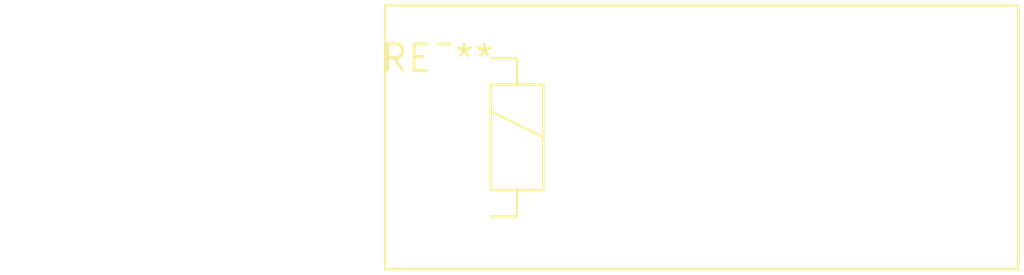
<source format=kicad_pcb>
(kicad_pcb (version 20240108) (generator pcbnew)
  (layers (0 "F.Cu" signal) (31 "B.Cu" signal) (34 "B.Paste" user) (35 "F.Paste" user) (36 "B.SilkS" user "B.Silkscreen") (37 "F.SilkS" user "F.Silkscreen") (38 "B.Mask" user) (39 "F.Mask" user) (44 "Edge.Cuts" user))
  (net 0 "")
  (footprint "Relay_SPDT_Schrack-RT1-FormC_RM3.5mm" (layer "F.Cu") (at 0 0)
    (property "Reference" "REF**")
    (property "Value" "Relay_SPDT_Schrack-RT1-FormC_RM3.5mm")
    (fp_line (start -2.54 -2.54) (end 27.94 -2.54) (layer "F.SilkS") (stroke (width 0.12)))
    (fp_line (start -2.54 10.16) (end -2.54 -2.54) (layer "F.SilkS") (stroke (width 0.12)))
    (fp_line (start 2.54 0) (end 3.81 0) (layer "F.SilkS") (stroke (width 0.12)))
    (fp_line (start 2.54 1.27) (end 3.81 1.27) (layer "F.SilkS") (stroke (width 0.12)))
    (fp_line (start 2.54 2.54) (end 5.08 3.81) (layer "F.SilkS") (stroke (width 0.12)))
    (fp_line (start 2.54 6.35) (end 2.54 1.27) (layer "F.SilkS") (stroke (width 0.12)))
    (fp_line (start 3.81 0) (end 3.81 1.27) (layer "F.SilkS") (stroke (width 0.12)))
    (fp_line (start 3.81 1.27) (end 5.08 1.27) (layer "F.SilkS") (stroke (width 0.12)))
    (fp_line (start 3.81 6.35) (end 3.81 7.62) (layer "F.SilkS") (stroke (width 0.12)))
    (fp_line (start 3.81 7.62) (end 2.54 7.62) (layer "F.SilkS") (stroke (width 0.12)))
    (fp_line (start 5.08 1.27) (end 5.08 6.35) (layer "F.SilkS") (stroke (width 0.12)))
    (fp_line (start 5.08 6.35) (end 2.54 6.35) (layer "F.SilkS") (stroke (width 0.12)))
    (fp_line (start 27.94 -2.54) (end 27.94 10.16) (layer "F.SilkS") (stroke (width 0.12)))
    (fp_line (start 27.94 10.16) (end -2.54 10.16) (layer "F.SilkS") (stroke (width 0.12)))
    (pad "11" thru_hole circle (at 20.32 0) (size 3 3) (drill 1.3) (layers *.Cu *.Mask) (remove_unused_layers))
    (pad "12" thru_hole circle (at 16.82 7.62) (size 3 3) (drill 1.3) (layers *.Cu *.Mask) (remove_unused_layers))
    (pad "14" thru_hole circle (at 23.82 7.62) (size 3 3) (drill 1.3) (layers *.Cu *.Mask) (remove_unused_layers))
    (pad "A1" thru_hole circle (at 0 0) (size 3 3) (drill 1.3) (layers *.Cu *.Mask) (remove_unused_layers))
    (pad "A2" thru_hole circle (at 0 7.62) (size 3 3) (drill 1.3) (layers *.Cu *.Mask) (remove_unused_layers))
  )
)
</source>
